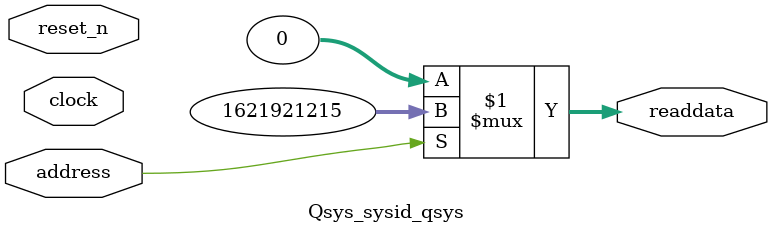
<source format=v>



// synthesis translate_off
`timescale 1ns / 1ps
// synthesis translate_on

// turn off superfluous verilog processor warnings 
// altera message_level Level1 
// altera message_off 10034 10035 10036 10037 10230 10240 10030 

module Qsys_sysid_qsys (
               // inputs:
                address,
                clock,
                reset_n,

               // outputs:
                readdata
             )
;

  output  [ 31: 0] readdata;
  input            address;
  input            clock;
  input            reset_n;

  wire    [ 31: 0] readdata;
  //control_slave, which is an e_avalon_slave
  assign readdata = address ? 1621921215 : 0;

endmodule



</source>
